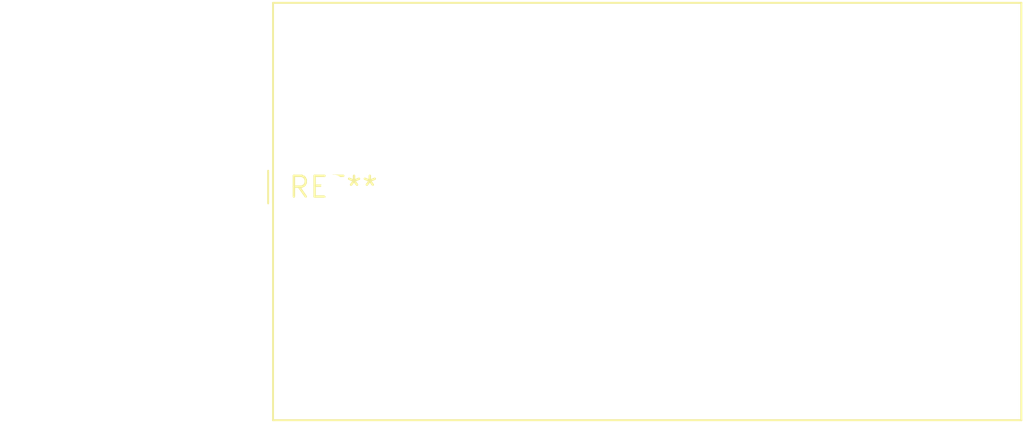
<source format=kicad_pcb>
(kicad_pcb (version 20240108) (generator pcbnew)
  (layers (0 "F.Cu" signal) (31 "B.Cu" signal) (34 "B.Paste" user) (35 "F.Paste" user) (36 "B.SilkS" user "B.Silkscreen") (37 "F.SilkS" user "F.Silkscreen") (38 "B.Mask" user) (39 "F.Mask" user) (44 "Edge.Cuts" user))
  (net 0 "")
  (footprint "Converter_ACDC_MeanWell_IRM-10-xx_THT" (layer "F.Cu") (at 0 0)
    (property "Reference" "REF**")
    (property "Value" "Converter_ACDC_MeanWell_IRM-10-xx_THT")
    (fp_line (start -4 -1) (end -4 1) (layer "F.SilkS") (stroke (width 0.12)))
    (fp_line (start -3.7 -11.3) (end -3.7 14.3) (layer "F.SilkS") (stroke (width 0.12)))
    (fp_line (start -3.7 -11.3) (end 42.2 -11.3) (layer "F.SilkS") (stroke (width 0.12)))
    (fp_line (start -3.7 14.3) (end 42.2 14.3) (layer "F.SilkS") (stroke (width 0.12)))
    (fp_line (start 42.2 -11.3) (end 42.2 14.3) (layer "F.SilkS") (stroke (width 0.12)))
    (pad "1" thru_hole rect (at 0 0) (size 3 3) (drill 1.5) (layers *.Cu *.Mask) (remove_unused_layers))
    (pad "2" thru_hole circle (at 0 10.75) (size 3 3) (drill 1.5) (layers *.Cu *.Mask) (remove_unused_layers))
    (pad "3" thru_hole circle (at 38.5 10.75) (size 3 3) (drill 1.5) (layers *.Cu *.Mask) (remove_unused_layers))
    (pad "4" thru_hole circle (at 38.5 2.75) (size 3 3) (drill 1.5) (layers *.Cu *.Mask) (remove_unused_layers))
  )
)
</source>
